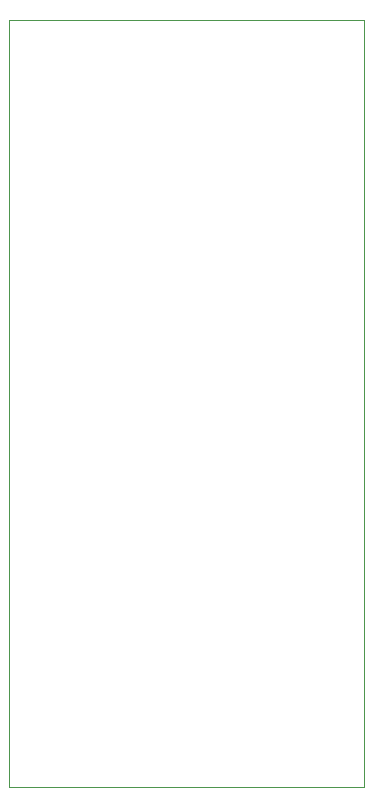
<source format=gbr>
%TF.GenerationSoftware,KiCad,Pcbnew,9.0.2*%
%TF.CreationDate,2025-06-04T23:59:20+09:00*%
%TF.ProjectId,Button PCB,42757474-6f6e-4205-9043-422e6b696361,rev?*%
%TF.SameCoordinates,Original*%
%TF.FileFunction,Profile,NP*%
%FSLAX46Y46*%
G04 Gerber Fmt 4.6, Leading zero omitted, Abs format (unit mm)*
G04 Created by KiCad (PCBNEW 9.0.2) date 2025-06-04 23:59:20*
%MOMM*%
%LPD*%
G01*
G04 APERTURE LIST*
%TA.AperFunction,Profile*%
%ADD10C,0.050000*%
%TD*%
G04 APERTURE END LIST*
D10*
X0Y0D02*
X30000000Y0D01*
X30000000Y-65000000D01*
X0Y-65000000D01*
X0Y0D01*
M02*

</source>
